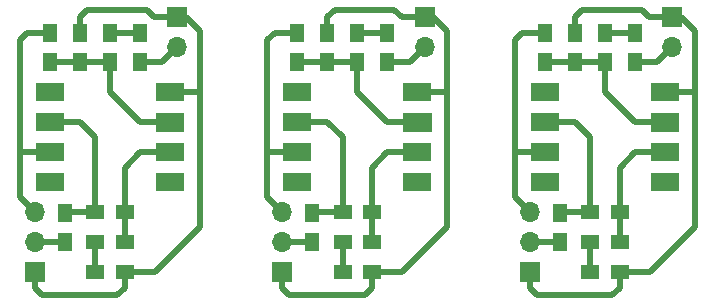
<source format=gbr>
G04 #@! TF.GenerationSoftware,KiCad,Pcbnew,(5.1.4)-1*
G04 #@! TF.CreationDate,2019-11-09T18:37:34+01:00*
G04 #@! TF.ProjectId,hexPre,68657850-7265-42e6-9b69-6361645f7063,rev?*
G04 #@! TF.SameCoordinates,PXc1c960PY54c81a0*
G04 #@! TF.FileFunction,Copper,L1,Top*
G04 #@! TF.FilePolarity,Positive*
%FSLAX46Y46*%
G04 Gerber Fmt 4.6, Leading zero omitted, Abs format (unit mm)*
G04 Created by KiCad (PCBNEW (5.1.4)-1) date 2019-11-09 18:37:34*
%MOMM*%
%LPD*%
G04 APERTURE LIST*
%ADD10R,1.500000X1.250000*%
%ADD11R,1.250000X1.500000*%
%ADD12R,1.700000X1.700000*%
%ADD13O,1.700000X1.700000*%
%ADD14R,2.400000X1.600000*%
%ADD15C,1.600000*%
%ADD16C,0.100000*%
%ADD17C,0.500000*%
G04 APERTURE END LIST*
D10*
X53315865Y3840359D03*
X50815865Y3840359D03*
D11*
X54610000Y21610000D03*
X54610000Y24110000D03*
D12*
X45720000Y3810000D03*
D13*
X45720000Y6350000D03*
X45720000Y8890000D03*
D11*
X48260000Y6370000D03*
X48260000Y8870000D03*
X49530000Y24110000D03*
X49530000Y21610000D03*
D10*
X53315865Y6380359D03*
X50815865Y6380359D03*
X50815865Y8920359D03*
X53315865Y8920359D03*
D14*
X46990000Y11430000D03*
X57150000Y19050000D03*
X46990000Y13970000D03*
D15*
X57150000Y16510000D03*
D16*
G36*
X58350000Y17310000D02*
G01*
X58350000Y15710000D01*
X55950000Y15710000D01*
X55950000Y17310000D01*
X58350000Y17310000D01*
X58350000Y17310000D01*
G37*
D14*
X46990000Y16510000D03*
X57150000Y13970000D03*
X46990000Y19050000D03*
X57150000Y11430000D03*
D11*
X46990000Y21610000D03*
X46990000Y24110000D03*
D13*
X57785000Y22860000D03*
D12*
X57785000Y25400000D03*
D11*
X52070000Y21610000D03*
X52070000Y24110000D03*
D10*
X32360865Y3840359D03*
X29860865Y3840359D03*
D11*
X33655000Y21610000D03*
X33655000Y24110000D03*
D12*
X24765000Y3810000D03*
D13*
X24765000Y6350000D03*
X24765000Y8890000D03*
D11*
X27305000Y6370000D03*
X27305000Y8870000D03*
X28575000Y24110000D03*
X28575000Y21610000D03*
D10*
X32360865Y6380359D03*
X29860865Y6380359D03*
X29860865Y8920359D03*
X32360865Y8920359D03*
D14*
X26035000Y11430000D03*
X36195000Y19050000D03*
X26035000Y13970000D03*
D15*
X36195000Y16510000D03*
D16*
G36*
X37395000Y17310000D02*
G01*
X37395000Y15710000D01*
X34995000Y15710000D01*
X34995000Y17310000D01*
X37395000Y17310000D01*
X37395000Y17310000D01*
G37*
D14*
X26035000Y16510000D03*
X36195000Y13970000D03*
X26035000Y19050000D03*
X36195000Y11430000D03*
D11*
X26035000Y21610000D03*
X26035000Y24110000D03*
D13*
X36830000Y22860000D03*
D12*
X36830000Y25400000D03*
D11*
X31115000Y21610000D03*
X31115000Y24110000D03*
X10160000Y24110000D03*
X10160000Y21610000D03*
D13*
X3810000Y8890000D03*
X3810000Y6350000D03*
D12*
X3810000Y3810000D03*
D11*
X6350000Y8870000D03*
X6350000Y6370000D03*
D12*
X15875000Y25400000D03*
D13*
X15875000Y22860000D03*
D11*
X5080000Y24110000D03*
X5080000Y21610000D03*
X7620000Y21610000D03*
X7620000Y24110000D03*
X12700000Y24110000D03*
X12700000Y21610000D03*
D10*
X8905865Y3840359D03*
X11405865Y3840359D03*
X8905865Y6380359D03*
X11405865Y6380359D03*
X11405865Y8920359D03*
X8905865Y8920359D03*
D14*
X15240000Y11430000D03*
X5080000Y19050000D03*
X15240000Y13970000D03*
X5080000Y16510000D03*
D15*
X15240000Y16510000D03*
D16*
G36*
X16440000Y17310000D02*
G01*
X16440000Y15710000D01*
X14040000Y15710000D01*
X14040000Y17310000D01*
X16440000Y17310000D01*
X16440000Y17310000D01*
G37*
D14*
X5080000Y13970000D03*
X15240000Y19050000D03*
X5080000Y11430000D03*
D17*
X8905865Y6380359D02*
X8905865Y3840359D01*
X11405865Y6380359D02*
X11405865Y8920359D01*
X11405865Y12675865D02*
X11405865Y8920359D01*
X15240000Y13970000D02*
X12700000Y13970000D01*
X12700000Y13970000D02*
X11405865Y12675865D01*
X8905865Y8920359D02*
X8905865Y15224135D01*
X7620000Y16510000D02*
X5080000Y16510000D01*
X8905865Y15224135D02*
X7620000Y16510000D01*
X6350000Y21610000D02*
X8890000Y21610000D01*
X13939641Y3840359D02*
X11405865Y3840359D01*
X13970000Y3810000D02*
X13939641Y3840359D01*
X17780000Y7620000D02*
X13970000Y3810000D01*
X17780000Y18210000D02*
X17780000Y7620000D01*
X15240000Y19050000D02*
X16940000Y19050000D01*
X6360359Y8920359D02*
X6330000Y8890000D01*
X8905865Y8920359D02*
X6360359Y8920359D01*
X11405865Y2515865D02*
X11405865Y3840359D01*
X3830000Y6370000D02*
X3810000Y6350000D01*
X6350000Y6370000D02*
X3830000Y6370000D01*
X3810000Y8890000D02*
X2540000Y10160000D01*
X16590000Y25400000D02*
X15240000Y25400000D01*
X17780000Y24210000D02*
X16590000Y25400000D01*
X13890000Y25400000D02*
X15240000Y25400000D01*
X13255000Y26035000D02*
X13890000Y25400000D01*
X8890000Y26035000D02*
X13255000Y26035000D01*
X4365000Y1905000D02*
X10795000Y1905000D01*
X3810000Y2460000D02*
X4365000Y1905000D01*
X3810000Y3810000D02*
X3810000Y2460000D01*
X10795000Y1905000D02*
X11405865Y2515865D01*
X15875000Y22860000D02*
X14605000Y21590000D01*
X14585000Y21610000D02*
X13335000Y21610000D01*
X14605000Y21590000D02*
X14585000Y21610000D01*
X3155000Y24110000D02*
X5080000Y24110000D01*
X2540000Y23495000D02*
X3155000Y24110000D01*
X2540000Y15240000D02*
X2540000Y23495000D01*
X8890000Y26035000D02*
X8255000Y26035000D01*
X7620000Y25400000D02*
X7620000Y24110000D01*
X8255000Y26035000D02*
X7620000Y25400000D01*
X10160000Y19050000D02*
X10160000Y21610000D01*
X15240000Y16510000D02*
X12700000Y16510000D01*
X12700000Y16510000D02*
X10160000Y19050000D01*
X10160000Y21610000D02*
X5080000Y21610000D01*
X12700000Y24110000D02*
X10160000Y24110000D01*
X3380000Y13970000D02*
X5080000Y13970000D01*
X2540000Y10160000D02*
X2540000Y13970000D01*
X2540000Y13970000D02*
X2540000Y15240000D01*
X2540000Y13970000D02*
X5080000Y13970000D01*
X15240000Y19050000D02*
X17780000Y19050000D01*
X17780000Y18210000D02*
X17780000Y19050000D01*
X17780000Y19050000D02*
X17780000Y24210000D01*
X38735000Y18210000D02*
X38735000Y7620000D01*
X32360865Y6380359D02*
X32360865Y8920359D01*
X24765000Y3810000D02*
X24765000Y2460000D01*
X28575000Y25400000D02*
X28575000Y24110000D01*
X31750000Y1905000D02*
X32360865Y2515865D01*
X34845000Y25400000D02*
X36195000Y25400000D01*
X31115000Y21610000D02*
X26035000Y21610000D01*
X38735000Y7620000D02*
X34925000Y3810000D01*
X36195000Y19050000D02*
X37895000Y19050000D01*
X32360865Y2515865D02*
X32360865Y3840359D01*
X34210000Y26035000D02*
X34845000Y25400000D01*
X36195000Y13970000D02*
X33655000Y13970000D01*
X33655000Y24110000D02*
X31115000Y24110000D01*
X23495000Y10160000D02*
X23495000Y13970000D01*
X24335000Y13970000D02*
X26035000Y13970000D01*
X27305000Y21610000D02*
X29845000Y21610000D01*
X29860865Y15224135D02*
X28575000Y16510000D01*
X34925000Y3810000D02*
X34894641Y3840359D01*
X29860865Y8920359D02*
X27315359Y8920359D01*
X27305000Y6370000D02*
X24785000Y6370000D01*
X37545000Y25400000D02*
X36195000Y25400000D01*
X28575000Y16510000D02*
X26035000Y16510000D01*
X32360865Y12675865D02*
X32360865Y8920359D01*
X34894641Y3840359D02*
X32360865Y3840359D01*
X25320000Y1905000D02*
X31750000Y1905000D01*
X29860865Y6380359D02*
X29860865Y3840359D01*
X27315359Y8920359D02*
X27285000Y8890000D01*
X24785000Y6370000D02*
X24765000Y6350000D01*
X24765000Y8890000D02*
X23495000Y10160000D01*
X24765000Y2460000D02*
X25320000Y1905000D01*
X33655000Y13970000D02*
X32360865Y12675865D01*
X38735000Y24210000D02*
X37545000Y25400000D01*
X35560000Y21590000D02*
X35540000Y21610000D01*
X23495000Y15240000D02*
X23495000Y23495000D01*
X29845000Y26035000D02*
X29210000Y26035000D01*
X31115000Y19050000D02*
X31115000Y21610000D01*
X36195000Y16510000D02*
X33655000Y16510000D01*
X29845000Y26035000D02*
X34210000Y26035000D01*
X35540000Y21610000D02*
X34290000Y21610000D01*
X24110000Y24110000D02*
X26035000Y24110000D01*
X29860865Y8920359D02*
X29860865Y15224135D01*
X29210000Y26035000D02*
X28575000Y25400000D01*
X33655000Y16510000D02*
X31115000Y19050000D01*
X36830000Y22860000D02*
X35560000Y21590000D01*
X23495000Y23495000D02*
X24110000Y24110000D01*
X38735000Y19050000D02*
X38735000Y24210000D01*
X23495000Y13970000D02*
X23495000Y15240000D01*
X36195000Y19050000D02*
X38735000Y19050000D01*
X38735000Y18210000D02*
X38735000Y19050000D01*
X23495000Y13970000D02*
X26035000Y13970000D01*
X59690000Y18210000D02*
X59690000Y7620000D01*
X53315865Y6380359D02*
X53315865Y8920359D01*
X45720000Y3810000D02*
X45720000Y2460000D01*
X49530000Y25400000D02*
X49530000Y24110000D01*
X52705000Y1905000D02*
X53315865Y2515865D01*
X55800000Y25400000D02*
X57150000Y25400000D01*
X52070000Y21610000D02*
X46990000Y21610000D01*
X59690000Y7620000D02*
X55880000Y3810000D01*
X57150000Y19050000D02*
X58850000Y19050000D01*
X53315865Y2515865D02*
X53315865Y3840359D01*
X55165000Y26035000D02*
X55800000Y25400000D01*
X57150000Y13970000D02*
X54610000Y13970000D01*
X54610000Y24110000D02*
X52070000Y24110000D01*
X44450000Y10160000D02*
X44450000Y13970000D01*
X45290000Y13970000D02*
X46990000Y13970000D01*
X48260000Y21610000D02*
X50800000Y21610000D01*
X50815865Y15224135D02*
X49530000Y16510000D01*
X55880000Y3810000D02*
X55849641Y3840359D01*
X50815865Y8920359D02*
X48270359Y8920359D01*
X48260000Y6370000D02*
X45740000Y6370000D01*
X58500000Y25400000D02*
X57150000Y25400000D01*
X49530000Y16510000D02*
X46990000Y16510000D01*
X53315865Y12675865D02*
X53315865Y8920359D01*
X55849641Y3840359D02*
X53315865Y3840359D01*
X46275000Y1905000D02*
X52705000Y1905000D01*
X50815865Y6380359D02*
X50815865Y3840359D01*
X48270359Y8920359D02*
X48240000Y8890000D01*
X45740000Y6370000D02*
X45720000Y6350000D01*
X45720000Y8890000D02*
X44450000Y10160000D01*
X45720000Y2460000D02*
X46275000Y1905000D01*
X54610000Y13970000D02*
X53315865Y12675865D01*
X59690000Y24210000D02*
X58500000Y25400000D01*
X56515000Y21590000D02*
X56495000Y21610000D01*
X44450000Y15240000D02*
X44450000Y23495000D01*
X50800000Y26035000D02*
X50165000Y26035000D01*
X52070000Y19050000D02*
X52070000Y21610000D01*
X57150000Y16510000D02*
X54610000Y16510000D01*
X50800000Y26035000D02*
X55165000Y26035000D01*
X56495000Y21610000D02*
X55245000Y21610000D01*
X45065000Y24110000D02*
X46990000Y24110000D01*
X50815865Y8920359D02*
X50815865Y15224135D01*
X50165000Y26035000D02*
X49530000Y25400000D01*
X54610000Y16510000D02*
X52070000Y19050000D01*
X57785000Y22860000D02*
X56515000Y21590000D01*
X44450000Y23495000D02*
X45065000Y24110000D01*
X59690000Y19050000D02*
X59690000Y24210000D01*
X44450000Y13970000D02*
X44450000Y15240000D01*
X57150000Y19050000D02*
X59690000Y19050000D01*
X59690000Y18210000D02*
X59690000Y19050000D01*
X44450000Y13970000D02*
X46990000Y13970000D01*
M02*

</source>
